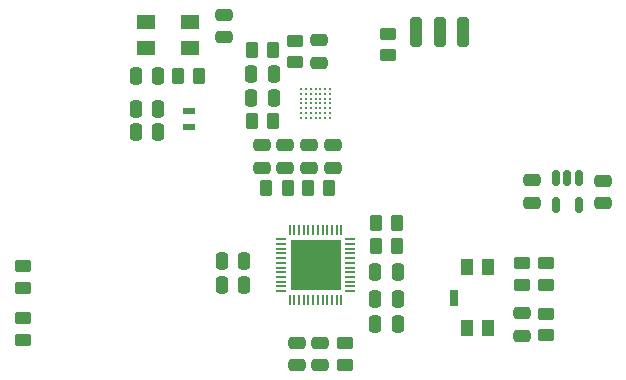
<source format=gbr>
%TF.GenerationSoftware,KiCad,Pcbnew,(6.0.6)*%
%TF.CreationDate,2022-09-05T11:07:09-07:00*%
%TF.ProjectId,Nour-Core,4e6f7572-2d43-46f7-9265-2e6b69636164,rev?*%
%TF.SameCoordinates,Original*%
%TF.FileFunction,Paste,Top*%
%TF.FilePolarity,Positive*%
%FSLAX46Y46*%
G04 Gerber Fmt 4.6, Leading zero omitted, Abs format (unit mm)*
G04 Created by KiCad (PCBNEW (6.0.6)) date 2022-09-05 11:07:09*
%MOMM*%
%LPD*%
G01*
G04 APERTURE LIST*
G04 Aperture macros list*
%AMRoundRect*
0 Rectangle with rounded corners*
0 $1 Rounding radius*
0 $2 $3 $4 $5 $6 $7 $8 $9 X,Y pos of 4 corners*
0 Add a 4 corners polygon primitive as box body*
4,1,4,$2,$3,$4,$5,$6,$7,$8,$9,$2,$3,0*
0 Add four circle primitives for the rounded corners*
1,1,$1+$1,$2,$3*
1,1,$1+$1,$4,$5*
1,1,$1+$1,$6,$7*
1,1,$1+$1,$8,$9*
0 Add four rect primitives between the rounded corners*
20,1,$1+$1,$2,$3,$4,$5,0*
20,1,$1+$1,$4,$5,$6,$7,0*
20,1,$1+$1,$6,$7,$8,$9,0*
20,1,$1+$1,$8,$9,$2,$3,0*%
G04 Aperture macros list end*
%ADD10RoundRect,0.250000X0.250000X0.475000X-0.250000X0.475000X-0.250000X-0.475000X0.250000X-0.475000X0*%
%ADD11RoundRect,0.250000X0.262500X0.450000X-0.262500X0.450000X-0.262500X-0.450000X0.262500X-0.450000X0*%
%ADD12RoundRect,0.250000X-0.262500X-0.450000X0.262500X-0.450000X0.262500X0.450000X-0.262500X0.450000X0*%
%ADD13RoundRect,0.250000X-0.450000X0.262500X-0.450000X-0.262500X0.450000X-0.262500X0.450000X0.262500X0*%
%ADD14RoundRect,0.250000X0.450000X-0.262500X0.450000X0.262500X-0.450000X0.262500X-0.450000X-0.262500X0*%
%ADD15R,1.000000X1.450000*%
%ADD16R,0.650000X1.400000*%
%ADD17RoundRect,0.250000X-0.475000X0.250000X-0.475000X-0.250000X0.475000X-0.250000X0.475000X0.250000X0*%
%ADD18R,1.600000X1.250000*%
%ADD19RoundRect,0.250000X0.250000X1.000000X-0.250000X1.000000X-0.250000X-1.000000X0.250000X-1.000000X0*%
%ADD20R,0.200000X0.850000*%
%ADD21R,0.850000X0.200000*%
%ADD22R,4.250000X4.250000*%
%ADD23R,1.100000X0.600000*%
%ADD24RoundRect,0.250000X0.475000X-0.250000X0.475000X0.250000X-0.475000X0.250000X-0.475000X-0.250000X0*%
%ADD25C,0.220000*%
%ADD26RoundRect,0.150000X-0.150000X0.512500X-0.150000X-0.512500X0.150000X-0.512500X0.150000X0.512500X0*%
G04 APERTURE END LIST*
D10*
%TO.C,C6*%
X109600000Y-136050000D03*
X107700000Y-136050000D03*
%TD*%
D11*
%TO.C,R2*%
X110812500Y-143750000D03*
X108987500Y-143750000D03*
%TD*%
D12*
%TO.C,FB1*%
X107737500Y-138050000D03*
X109562500Y-138050000D03*
%TD*%
D13*
%TO.C,R12*%
X115650000Y-156837500D03*
X115650000Y-158662500D03*
%TD*%
D11*
%TO.C,R7*%
X103312500Y-134250000D03*
X101487500Y-134250000D03*
%TD*%
D14*
%TO.C,R6*%
X130650000Y-151912500D03*
X130650000Y-150087500D03*
%TD*%
D15*
%TO.C,SW2*%
X126012500Y-150425000D03*
X127712500Y-150425000D03*
X126012500Y-155575000D03*
X127712500Y-155575000D03*
D16*
X124837500Y-153000000D03*
%TD*%
D17*
%TO.C,C4*%
X108600000Y-140100000D03*
X108600000Y-142000000D03*
%TD*%
D14*
%TO.C,R5*%
X111450000Y-133062500D03*
X111450000Y-131237500D03*
%TD*%
D18*
%TO.C,Y2*%
X102500000Y-129650000D03*
X98800000Y-129650000D03*
X98800000Y-131850000D03*
X102500000Y-131850000D03*
%TD*%
D19*
%TO.C,SW1*%
X125650000Y-130500000D03*
X121650000Y-130500000D03*
X123650000Y-130500000D03*
%TD*%
D17*
%TO.C,C12*%
X105400000Y-129050000D03*
X105400000Y-130950000D03*
%TD*%
D10*
%TO.C,C16*%
X120100000Y-155200000D03*
X118200000Y-155200000D03*
%TD*%
%TO.C,C14*%
X120100000Y-150850000D03*
X118200000Y-150850000D03*
%TD*%
D20*
%TO.C,IC1*%
X115350000Y-147300000D03*
X114950000Y-147300000D03*
X114550000Y-147300000D03*
X114150000Y-147300000D03*
X113750000Y-147300000D03*
X113350000Y-147300000D03*
X112950000Y-147300000D03*
X112550000Y-147300000D03*
X112150000Y-147300000D03*
X111750000Y-147300000D03*
X111350000Y-147300000D03*
X110950000Y-147300000D03*
D21*
X110200000Y-148050000D03*
X110200000Y-148450000D03*
X110200000Y-148850000D03*
X110200000Y-149250000D03*
X110200000Y-149650000D03*
X110200000Y-150050000D03*
X110200000Y-150450000D03*
X110200000Y-150850000D03*
X110200000Y-151250000D03*
X110200000Y-151650000D03*
X110200000Y-152050000D03*
X110200000Y-152450000D03*
D20*
X110950000Y-153200000D03*
X111350000Y-153200000D03*
X111750000Y-153200000D03*
X112150000Y-153200000D03*
X112550000Y-153200000D03*
X112950000Y-153200000D03*
X113350000Y-153200000D03*
X113750000Y-153200000D03*
X114150000Y-153200000D03*
X114550000Y-153200000D03*
X114950000Y-153200000D03*
X115350000Y-153200000D03*
D21*
X116100000Y-152450000D03*
X116100000Y-152050000D03*
X116100000Y-151650000D03*
X116100000Y-151250000D03*
X116100000Y-150850000D03*
X116100000Y-150450000D03*
X116100000Y-150050000D03*
X116100000Y-149650000D03*
X116100000Y-149250000D03*
X116100000Y-148850000D03*
X116100000Y-148450000D03*
X116100000Y-148050000D03*
D22*
X113150000Y-150250000D03*
%TD*%
D11*
%TO.C,R3*%
X114312500Y-143750000D03*
X112487500Y-143750000D03*
%TD*%
D17*
%TO.C,C18*%
X111550000Y-156800000D03*
X111550000Y-158700000D03*
%TD*%
D10*
%TO.C,C13*%
X99850000Y-134250000D03*
X97950000Y-134250000D03*
%TD*%
%TO.C,C11*%
X99850000Y-137000000D03*
X97950000Y-137000000D03*
%TD*%
D23*
%TO.C,Y1*%
X102400000Y-138550000D03*
X102400000Y-137150000D03*
%TD*%
D12*
%TO.C,R1*%
X107737500Y-132050000D03*
X109562500Y-132050000D03*
%TD*%
D24*
%TO.C,C9*%
X130650000Y-156200000D03*
X130650000Y-154300000D03*
%TD*%
D25*
%TO.C,U1*%
X114350000Y-137750000D03*
X113950000Y-137750000D03*
X113550000Y-137750000D03*
X113150000Y-137750000D03*
X112750000Y-137750000D03*
X112350000Y-137750000D03*
X111950000Y-137750000D03*
X114350000Y-137350000D03*
X113950000Y-137350000D03*
X113550000Y-137350000D03*
X113150000Y-137350000D03*
X112750000Y-137350000D03*
X112350000Y-137350000D03*
X111950000Y-137350000D03*
X114350000Y-136950000D03*
X113950000Y-136950000D03*
X113550000Y-136950000D03*
X113150000Y-136950000D03*
X112750000Y-136950000D03*
X112350000Y-136950000D03*
X111950000Y-136950000D03*
X114350000Y-136550000D03*
X113950000Y-136550000D03*
X113550000Y-136550000D03*
X113150000Y-136550000D03*
X112750000Y-136550000D03*
X112350000Y-136550000D03*
X111950000Y-136550000D03*
X114350000Y-136150000D03*
X113950000Y-136150000D03*
X113550000Y-136150000D03*
X113150000Y-136150000D03*
X112750000Y-136150000D03*
X112350000Y-136150000D03*
X111950000Y-136150000D03*
X114350000Y-135750000D03*
X113950000Y-135750000D03*
X113550000Y-135750000D03*
X113150000Y-135750000D03*
X112750000Y-135750000D03*
X112350000Y-135750000D03*
X111950000Y-135750000D03*
X114350000Y-135350000D03*
X113950000Y-135350000D03*
X113550000Y-135350000D03*
X113150000Y-135350000D03*
X112750000Y-135350000D03*
X112350000Y-135350000D03*
X111950000Y-135350000D03*
%TD*%
D11*
%TO.C,R8*%
X120062500Y-148600000D03*
X118237500Y-148600000D03*
%TD*%
D17*
%TO.C,C8*%
X131474878Y-143050000D03*
X131474878Y-144950000D03*
%TD*%
D10*
%TO.C,C20*%
X107100000Y-151900000D03*
X105200000Y-151900000D03*
%TD*%
D13*
%TO.C,R9*%
X132650000Y-154337500D03*
X132650000Y-156162500D03*
%TD*%
D10*
%TO.C,C15*%
X120100000Y-153150000D03*
X118200000Y-153150000D03*
%TD*%
D17*
%TO.C,C7*%
X137474878Y-143100000D03*
X137474878Y-145000000D03*
%TD*%
D13*
%TO.C,R13*%
X88400000Y-150337500D03*
X88400000Y-152162500D03*
%TD*%
%TO.C,R14*%
X88400000Y-154737500D03*
X88400000Y-156562500D03*
%TD*%
D10*
%TO.C,C19*%
X107100000Y-149900000D03*
X105200000Y-149900000D03*
%TD*%
D17*
%TO.C,C17*%
X113550000Y-156800000D03*
X113550000Y-158700000D03*
%TD*%
D14*
%TO.C,R4*%
X119250000Y-132462500D03*
X119250000Y-130637500D03*
%TD*%
D17*
%TO.C,C2*%
X112600000Y-140100000D03*
X112600000Y-142000000D03*
%TD*%
%TO.C,C21*%
X110600000Y-140100000D03*
X110600000Y-142000000D03*
%TD*%
D24*
%TO.C,C3*%
X113450000Y-133100000D03*
X113450000Y-131200000D03*
%TD*%
D26*
%TO.C,U2*%
X135424878Y-142862500D03*
X134474878Y-142862500D03*
X133524878Y-142862500D03*
X133524878Y-145137500D03*
X135424878Y-145137500D03*
%TD*%
D13*
%TO.C,R10*%
X132650000Y-150087500D03*
X132650000Y-151912500D03*
%TD*%
D10*
%TO.C,C5*%
X109600000Y-134050000D03*
X107700000Y-134050000D03*
%TD*%
D17*
%TO.C,C1*%
X114600000Y-140100000D03*
X114600000Y-142000000D03*
%TD*%
D10*
%TO.C,C10*%
X99850000Y-139000000D03*
X97950000Y-139000000D03*
%TD*%
D12*
%TO.C,R11*%
X118237500Y-146700000D03*
X120062500Y-146700000D03*
%TD*%
M02*

</source>
